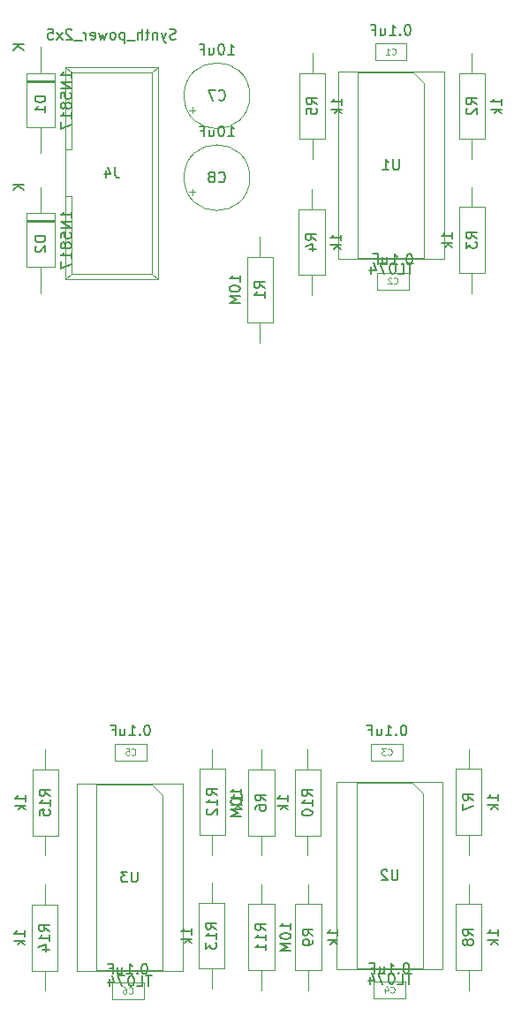
<source format=gbr>
%TF.GenerationSoftware,KiCad,Pcbnew,(5.1.9)-1*%
%TF.CreationDate,2021-09-13T19:49:27+01:00*%
%TF.ProjectId,KOSMO Mult,4b4f534d-4f20-44d7-956c-742e6b696361,rev?*%
%TF.SameCoordinates,Original*%
%TF.FileFunction,Other,Fab,Bot*%
%FSLAX46Y46*%
G04 Gerber Fmt 4.6, Leading zero omitted, Abs format (unit mm)*
G04 Created by KiCad (PCBNEW (5.1.9)-1) date 2021-09-13 19:49:27*
%MOMM*%
%LPD*%
G01*
G04 APERTURE LIST*
%ADD10C,0.100000*%
%ADD11C,0.150000*%
%ADD12C,0.090000*%
G04 APERTURE END LIST*
D10*
%TO.C,C1*%
X54693000Y-59537500D02*
X51693000Y-59537500D01*
X54693000Y-57937500D02*
X54693000Y-59537500D01*
X51693000Y-57937500D02*
X54693000Y-57937500D01*
X51693000Y-59537500D02*
X51693000Y-57937500D01*
%TO.C,C2*%
X54883500Y-81508500D02*
X51883500Y-81508500D01*
X54883500Y-79908500D02*
X54883500Y-81508500D01*
X51883500Y-79908500D02*
X54883500Y-79908500D01*
X51883500Y-81508500D02*
X51883500Y-79908500D01*
%TO.C,C3*%
X54312000Y-126657000D02*
X51312000Y-126657000D01*
X54312000Y-125057000D02*
X54312000Y-126657000D01*
X51312000Y-125057000D02*
X54312000Y-125057000D01*
X51312000Y-126657000D02*
X51312000Y-125057000D01*
%TO.C,C4*%
X51566000Y-149453500D02*
X51566000Y-147853500D01*
X51566000Y-147853500D02*
X54566000Y-147853500D01*
X54566000Y-147853500D02*
X54566000Y-149453500D01*
X54566000Y-149453500D02*
X51566000Y-149453500D01*
%TO.C,C5*%
X26737500Y-126657000D02*
X26737500Y-125057000D01*
X26737500Y-125057000D02*
X29737500Y-125057000D01*
X29737500Y-125057000D02*
X29737500Y-126657000D01*
X29737500Y-126657000D02*
X26737500Y-126657000D01*
%TO.C,C6*%
X26483500Y-149517000D02*
X26483500Y-147917000D01*
X26483500Y-147917000D02*
X29483500Y-147917000D01*
X29483500Y-147917000D02*
X29483500Y-149517000D01*
X29483500Y-149517000D02*
X26483500Y-149517000D01*
%TO.C,C7*%
X34141270Y-64638499D02*
X34141270Y-64008499D01*
X33826270Y-64323499D02*
X34456270Y-64323499D01*
X39670242Y-62949999D02*
G75*
G03*
X39670242Y-62949999I-3150000J0D01*
G01*
%TO.C,C8*%
X39670242Y-70799999D02*
G75*
G03*
X39670242Y-70799999I-3150000J0D01*
G01*
X33826270Y-72173499D02*
X34456270Y-72173499D01*
X34141270Y-72488499D02*
X34141270Y-71858499D01*
%TO.C,D1*%
X18271500Y-60773000D02*
X20971500Y-60773000D01*
X20971500Y-60773000D02*
X20971500Y-65973000D01*
X20971500Y-65973000D02*
X18271500Y-65973000D01*
X18271500Y-65973000D02*
X18271500Y-60773000D01*
X19621500Y-58293000D02*
X19621500Y-60773000D01*
X19621500Y-68453000D02*
X19621500Y-65973000D01*
X18271500Y-61553000D02*
X20971500Y-61553000D01*
X18271500Y-61653000D02*
X20971500Y-61653000D01*
X18271500Y-61453000D02*
X20971500Y-61453000D01*
%TO.C,D2*%
X18271500Y-74851500D02*
X20971500Y-74851500D01*
X18271500Y-75051500D02*
X20971500Y-75051500D01*
X18271500Y-74951500D02*
X20971500Y-74951500D01*
X19621500Y-81851500D02*
X19621500Y-79371500D01*
X19621500Y-71691500D02*
X19621500Y-74171500D01*
X18271500Y-79371500D02*
X18271500Y-74171500D01*
X20971500Y-79371500D02*
X18271500Y-79371500D01*
X20971500Y-74171500D02*
X20971500Y-79371500D01*
X18271500Y-74171500D02*
X20971500Y-74171500D01*
%TO.C,J4*%
X21991000Y-60178000D02*
X22541000Y-60738000D01*
X21991000Y-80538000D02*
X22541000Y-79998000D01*
X30841000Y-60178000D02*
X30291000Y-60738000D01*
X30841000Y-80538000D02*
X30291000Y-79998000D01*
X30291000Y-60738000D02*
X22541000Y-60738000D01*
X30841000Y-60178000D02*
X21991000Y-60178000D01*
X30291000Y-79998000D02*
X22541000Y-79998000D01*
X30841000Y-80538000D02*
X21991000Y-80538000D01*
X22541000Y-68108000D02*
X21991000Y-68108000D01*
X22541000Y-72608000D02*
X21991000Y-72608000D01*
X22541000Y-68108000D02*
X22541000Y-60738000D01*
X22541000Y-79998000D02*
X22541000Y-72608000D01*
X21991000Y-80538000D02*
X21991000Y-60178000D01*
X30291000Y-79998000D02*
X30291000Y-60738000D01*
X30841000Y-80538000D02*
X30841000Y-60178000D01*
%TO.C,R1*%
X40640000Y-76454000D02*
X40640000Y-78384000D01*
X40640000Y-86614000D02*
X40640000Y-84684000D01*
X41890000Y-78384000D02*
X41890000Y-84684000D01*
X39390000Y-78384000D02*
X41890000Y-78384000D01*
X39390000Y-84684000D02*
X39390000Y-78384000D01*
X41890000Y-84684000D02*
X39390000Y-84684000D01*
%TO.C,R2*%
X59710000Y-60794500D02*
X62210000Y-60794500D01*
X62210000Y-60794500D02*
X62210000Y-67094500D01*
X62210000Y-67094500D02*
X59710000Y-67094500D01*
X59710000Y-67094500D02*
X59710000Y-60794500D01*
X60960000Y-58864500D02*
X60960000Y-60794500D01*
X60960000Y-69024500D02*
X60960000Y-67094500D01*
%TO.C,R3*%
X60960000Y-71691500D02*
X60960000Y-73621500D01*
X60960000Y-81851500D02*
X60960000Y-79921500D01*
X62210000Y-73621500D02*
X62210000Y-79921500D01*
X59710000Y-73621500D02*
X62210000Y-73621500D01*
X59710000Y-79921500D02*
X59710000Y-73621500D01*
X62210000Y-79921500D02*
X59710000Y-79921500D01*
%TO.C,R4*%
X44343000Y-73812000D02*
X46843000Y-73812000D01*
X46843000Y-73812000D02*
X46843000Y-80112000D01*
X46843000Y-80112000D02*
X44343000Y-80112000D01*
X44343000Y-80112000D02*
X44343000Y-73812000D01*
X45593000Y-71882000D02*
X45593000Y-73812000D01*
X45593000Y-82042000D02*
X45593000Y-80112000D01*
%TO.C,R5*%
X45656500Y-69024500D02*
X45656500Y-67094500D01*
X45656500Y-58864500D02*
X45656500Y-60794500D01*
X44406500Y-67094500D02*
X44406500Y-60794500D01*
X46906500Y-67094500D02*
X44406500Y-67094500D01*
X46906500Y-60794500D02*
X46906500Y-67094500D01*
X44406500Y-60794500D02*
X46906500Y-60794500D01*
%TO.C,R6*%
X42017000Y-133833000D02*
X39517000Y-133833000D01*
X39517000Y-133833000D02*
X39517000Y-127533000D01*
X39517000Y-127533000D02*
X42017000Y-127533000D01*
X42017000Y-127533000D02*
X42017000Y-133833000D01*
X40767000Y-135763000D02*
X40767000Y-133833000D01*
X40767000Y-125603000D02*
X40767000Y-127533000D01*
%TO.C,R7*%
X60642500Y-135699500D02*
X60642500Y-133769500D01*
X60642500Y-125539500D02*
X60642500Y-127469500D01*
X59392500Y-133769500D02*
X59392500Y-127469500D01*
X61892500Y-133769500D02*
X59392500Y-133769500D01*
X61892500Y-127469500D02*
X61892500Y-133769500D01*
X59392500Y-127469500D02*
X61892500Y-127469500D01*
%TO.C,R8*%
X60642500Y-148653500D02*
X60642500Y-146723500D01*
X60642500Y-138493500D02*
X60642500Y-140423500D01*
X59392500Y-146723500D02*
X59392500Y-140423500D01*
X61892500Y-146723500D02*
X59392500Y-146723500D01*
X61892500Y-140423500D02*
X61892500Y-146723500D01*
X59392500Y-140423500D02*
X61892500Y-140423500D01*
%TO.C,R9*%
X44025500Y-140423500D02*
X46525500Y-140423500D01*
X46525500Y-140423500D02*
X46525500Y-146723500D01*
X46525500Y-146723500D02*
X44025500Y-146723500D01*
X44025500Y-146723500D02*
X44025500Y-140423500D01*
X45275500Y-138493500D02*
X45275500Y-140423500D01*
X45275500Y-148653500D02*
X45275500Y-146723500D01*
%TO.C,R10*%
X45212000Y-125603000D02*
X45212000Y-127533000D01*
X45212000Y-135763000D02*
X45212000Y-133833000D01*
X46462000Y-127533000D02*
X46462000Y-133833000D01*
X43962000Y-127533000D02*
X46462000Y-127533000D01*
X43962000Y-133833000D02*
X43962000Y-127533000D01*
X46462000Y-133833000D02*
X43962000Y-133833000D01*
%TO.C,R11*%
X39517000Y-140423500D02*
X42017000Y-140423500D01*
X42017000Y-140423500D02*
X42017000Y-146723500D01*
X42017000Y-146723500D02*
X39517000Y-146723500D01*
X39517000Y-146723500D02*
X39517000Y-140423500D01*
X40767000Y-138493500D02*
X40767000Y-140423500D01*
X40767000Y-148653500D02*
X40767000Y-146723500D01*
%TO.C,R12*%
X36068000Y-135699500D02*
X36068000Y-133769500D01*
X36068000Y-125539500D02*
X36068000Y-127469500D01*
X34818000Y-133769500D02*
X34818000Y-127469500D01*
X37318000Y-133769500D02*
X34818000Y-133769500D01*
X37318000Y-127469500D02*
X37318000Y-133769500D01*
X34818000Y-127469500D02*
X37318000Y-127469500D01*
%TO.C,R13*%
X37254500Y-146596500D02*
X34754500Y-146596500D01*
X34754500Y-146596500D02*
X34754500Y-140296500D01*
X34754500Y-140296500D02*
X37254500Y-140296500D01*
X37254500Y-140296500D02*
X37254500Y-146596500D01*
X36004500Y-148526500D02*
X36004500Y-146596500D01*
X36004500Y-138366500D02*
X36004500Y-140296500D01*
%TO.C,R14*%
X20002500Y-138557000D02*
X20002500Y-140487000D01*
X20002500Y-148717000D02*
X20002500Y-146787000D01*
X21252500Y-140487000D02*
X21252500Y-146787000D01*
X18752500Y-140487000D02*
X21252500Y-140487000D01*
X18752500Y-146787000D02*
X18752500Y-140487000D01*
X21252500Y-146787000D02*
X18752500Y-146787000D01*
%TO.C,R15*%
X21316000Y-133833000D02*
X18816000Y-133833000D01*
X18816000Y-133833000D02*
X18816000Y-127533000D01*
X18816000Y-127533000D02*
X21316000Y-127533000D01*
X21316000Y-127533000D02*
X21316000Y-133833000D01*
X20066000Y-135763000D02*
X20066000Y-133833000D01*
X20066000Y-125603000D02*
X20066000Y-127533000D01*
%TO.C,U1*%
X55388000Y-60706000D02*
X50038000Y-60706000D01*
X50038000Y-60706000D02*
X50038000Y-78486000D01*
X50038000Y-78486000D02*
X56388000Y-78486000D01*
X56388000Y-78486000D02*
X56388000Y-61706000D01*
X56388000Y-61706000D02*
X55388000Y-60706000D01*
X58293000Y-60646000D02*
X58293000Y-78546000D01*
X58293000Y-78546000D02*
X48133000Y-78546000D01*
X48133000Y-78546000D02*
X48133000Y-60646000D01*
X48133000Y-60646000D02*
X58293000Y-60646000D01*
%TO.C,U2*%
X48006000Y-128718000D02*
X58166000Y-128718000D01*
X48006000Y-146618000D02*
X48006000Y-128718000D01*
X58166000Y-146618000D02*
X48006000Y-146618000D01*
X58166000Y-128718000D02*
X58166000Y-146618000D01*
X56261000Y-129778000D02*
X55261000Y-128778000D01*
X56261000Y-146558000D02*
X56261000Y-129778000D01*
X49911000Y-146558000D02*
X56261000Y-146558000D01*
X49911000Y-128778000D02*
X49911000Y-146558000D01*
X55261000Y-128778000D02*
X49911000Y-128778000D01*
%TO.C,U3*%
X30305500Y-128968500D02*
X24955500Y-128968500D01*
X24955500Y-128968500D02*
X24955500Y-146748500D01*
X24955500Y-146748500D02*
X31305500Y-146748500D01*
X31305500Y-146748500D02*
X31305500Y-129968500D01*
X31305500Y-129968500D02*
X30305500Y-128968500D01*
X33210500Y-128908500D02*
X33210500Y-146808500D01*
X33210500Y-146808500D02*
X23050500Y-146808500D01*
X23050500Y-146808500D02*
X23050500Y-128908500D01*
X23050500Y-128908500D02*
X33210500Y-128908500D01*
%TD*%
%TO.C,C1*%
D11*
X54835857Y-56139880D02*
X54740619Y-56139880D01*
X54645380Y-56187500D01*
X54597761Y-56235119D01*
X54550142Y-56330357D01*
X54502523Y-56520833D01*
X54502523Y-56758928D01*
X54550142Y-56949404D01*
X54597761Y-57044642D01*
X54645380Y-57092261D01*
X54740619Y-57139880D01*
X54835857Y-57139880D01*
X54931095Y-57092261D01*
X54978714Y-57044642D01*
X55026333Y-56949404D01*
X55073952Y-56758928D01*
X55073952Y-56520833D01*
X55026333Y-56330357D01*
X54978714Y-56235119D01*
X54931095Y-56187500D01*
X54835857Y-56139880D01*
X54073952Y-57044642D02*
X54026333Y-57092261D01*
X54073952Y-57139880D01*
X54121571Y-57092261D01*
X54073952Y-57044642D01*
X54073952Y-57139880D01*
X53073952Y-57139880D02*
X53645380Y-57139880D01*
X53359666Y-57139880D02*
X53359666Y-56139880D01*
X53454904Y-56282738D01*
X53550142Y-56377976D01*
X53645380Y-56425595D01*
X52216809Y-56473214D02*
X52216809Y-57139880D01*
X52645380Y-56473214D02*
X52645380Y-56997023D01*
X52597761Y-57092261D01*
X52502523Y-57139880D01*
X52359666Y-57139880D01*
X52264428Y-57092261D01*
X52216809Y-57044642D01*
X51407285Y-56616071D02*
X51740619Y-56616071D01*
X51740619Y-57139880D02*
X51740619Y-56139880D01*
X51264428Y-56139880D01*
D12*
X53293000Y-58951785D02*
X53321571Y-58980357D01*
X53407285Y-59008928D01*
X53464428Y-59008928D01*
X53550142Y-58980357D01*
X53607285Y-58923214D01*
X53635857Y-58866071D01*
X53664428Y-58751785D01*
X53664428Y-58666071D01*
X53635857Y-58551785D01*
X53607285Y-58494642D01*
X53550142Y-58437500D01*
X53464428Y-58408928D01*
X53407285Y-58408928D01*
X53321571Y-58437500D01*
X53293000Y-58466071D01*
X52721571Y-59008928D02*
X53064428Y-59008928D01*
X52893000Y-59008928D02*
X52893000Y-58408928D01*
X52950142Y-58494642D01*
X53007285Y-58551785D01*
X53064428Y-58580357D01*
%TO.C,C2*%
D11*
X55026357Y-78110880D02*
X54931119Y-78110880D01*
X54835880Y-78158500D01*
X54788261Y-78206119D01*
X54740642Y-78301357D01*
X54693023Y-78491833D01*
X54693023Y-78729928D01*
X54740642Y-78920404D01*
X54788261Y-79015642D01*
X54835880Y-79063261D01*
X54931119Y-79110880D01*
X55026357Y-79110880D01*
X55121595Y-79063261D01*
X55169214Y-79015642D01*
X55216833Y-78920404D01*
X55264452Y-78729928D01*
X55264452Y-78491833D01*
X55216833Y-78301357D01*
X55169214Y-78206119D01*
X55121595Y-78158500D01*
X55026357Y-78110880D01*
X54264452Y-79015642D02*
X54216833Y-79063261D01*
X54264452Y-79110880D01*
X54312071Y-79063261D01*
X54264452Y-79015642D01*
X54264452Y-79110880D01*
X53264452Y-79110880D02*
X53835880Y-79110880D01*
X53550166Y-79110880D02*
X53550166Y-78110880D01*
X53645404Y-78253738D01*
X53740642Y-78348976D01*
X53835880Y-78396595D01*
X52407309Y-78444214D02*
X52407309Y-79110880D01*
X52835880Y-78444214D02*
X52835880Y-78968023D01*
X52788261Y-79063261D01*
X52693023Y-79110880D01*
X52550166Y-79110880D01*
X52454928Y-79063261D01*
X52407309Y-79015642D01*
X51597785Y-78587071D02*
X51931119Y-78587071D01*
X51931119Y-79110880D02*
X51931119Y-78110880D01*
X51454928Y-78110880D01*
D12*
X53483500Y-80922785D02*
X53512071Y-80951357D01*
X53597785Y-80979928D01*
X53654928Y-80979928D01*
X53740642Y-80951357D01*
X53797785Y-80894214D01*
X53826357Y-80837071D01*
X53854928Y-80722785D01*
X53854928Y-80637071D01*
X53826357Y-80522785D01*
X53797785Y-80465642D01*
X53740642Y-80408500D01*
X53654928Y-80379928D01*
X53597785Y-80379928D01*
X53512071Y-80408500D01*
X53483500Y-80437071D01*
X53254928Y-80437071D02*
X53226357Y-80408500D01*
X53169214Y-80379928D01*
X53026357Y-80379928D01*
X52969214Y-80408500D01*
X52940642Y-80437071D01*
X52912071Y-80494214D01*
X52912071Y-80551357D01*
X52940642Y-80637071D01*
X53283500Y-80979928D01*
X52912071Y-80979928D01*
%TO.C,C3*%
D11*
X54454857Y-123259380D02*
X54359619Y-123259380D01*
X54264380Y-123307000D01*
X54216761Y-123354619D01*
X54169142Y-123449857D01*
X54121523Y-123640333D01*
X54121523Y-123878428D01*
X54169142Y-124068904D01*
X54216761Y-124164142D01*
X54264380Y-124211761D01*
X54359619Y-124259380D01*
X54454857Y-124259380D01*
X54550095Y-124211761D01*
X54597714Y-124164142D01*
X54645333Y-124068904D01*
X54692952Y-123878428D01*
X54692952Y-123640333D01*
X54645333Y-123449857D01*
X54597714Y-123354619D01*
X54550095Y-123307000D01*
X54454857Y-123259380D01*
X53692952Y-124164142D02*
X53645333Y-124211761D01*
X53692952Y-124259380D01*
X53740571Y-124211761D01*
X53692952Y-124164142D01*
X53692952Y-124259380D01*
X52692952Y-124259380D02*
X53264380Y-124259380D01*
X52978666Y-124259380D02*
X52978666Y-123259380D01*
X53073904Y-123402238D01*
X53169142Y-123497476D01*
X53264380Y-123545095D01*
X51835809Y-123592714D02*
X51835809Y-124259380D01*
X52264380Y-123592714D02*
X52264380Y-124116523D01*
X52216761Y-124211761D01*
X52121523Y-124259380D01*
X51978666Y-124259380D01*
X51883428Y-124211761D01*
X51835809Y-124164142D01*
X51026285Y-123735571D02*
X51359619Y-123735571D01*
X51359619Y-124259380D02*
X51359619Y-123259380D01*
X50883428Y-123259380D01*
D12*
X52912000Y-126071285D02*
X52940571Y-126099857D01*
X53026285Y-126128428D01*
X53083428Y-126128428D01*
X53169142Y-126099857D01*
X53226285Y-126042714D01*
X53254857Y-125985571D01*
X53283428Y-125871285D01*
X53283428Y-125785571D01*
X53254857Y-125671285D01*
X53226285Y-125614142D01*
X53169142Y-125557000D01*
X53083428Y-125528428D01*
X53026285Y-125528428D01*
X52940571Y-125557000D01*
X52912000Y-125585571D01*
X52712000Y-125528428D02*
X52340571Y-125528428D01*
X52540571Y-125757000D01*
X52454857Y-125757000D01*
X52397714Y-125785571D01*
X52369142Y-125814142D01*
X52340571Y-125871285D01*
X52340571Y-126014142D01*
X52369142Y-126071285D01*
X52397714Y-126099857D01*
X52454857Y-126128428D01*
X52626285Y-126128428D01*
X52683428Y-126099857D01*
X52712000Y-126071285D01*
%TO.C,C4*%
D11*
X54708857Y-146055880D02*
X54613619Y-146055880D01*
X54518380Y-146103500D01*
X54470761Y-146151119D01*
X54423142Y-146246357D01*
X54375523Y-146436833D01*
X54375523Y-146674928D01*
X54423142Y-146865404D01*
X54470761Y-146960642D01*
X54518380Y-147008261D01*
X54613619Y-147055880D01*
X54708857Y-147055880D01*
X54804095Y-147008261D01*
X54851714Y-146960642D01*
X54899333Y-146865404D01*
X54946952Y-146674928D01*
X54946952Y-146436833D01*
X54899333Y-146246357D01*
X54851714Y-146151119D01*
X54804095Y-146103500D01*
X54708857Y-146055880D01*
X53946952Y-146960642D02*
X53899333Y-147008261D01*
X53946952Y-147055880D01*
X53994571Y-147008261D01*
X53946952Y-146960642D01*
X53946952Y-147055880D01*
X52946952Y-147055880D02*
X53518380Y-147055880D01*
X53232666Y-147055880D02*
X53232666Y-146055880D01*
X53327904Y-146198738D01*
X53423142Y-146293976D01*
X53518380Y-146341595D01*
X52089809Y-146389214D02*
X52089809Y-147055880D01*
X52518380Y-146389214D02*
X52518380Y-146913023D01*
X52470761Y-147008261D01*
X52375523Y-147055880D01*
X52232666Y-147055880D01*
X52137428Y-147008261D01*
X52089809Y-146960642D01*
X51280285Y-146532071D02*
X51613619Y-146532071D01*
X51613619Y-147055880D02*
X51613619Y-146055880D01*
X51137428Y-146055880D01*
D12*
X53166000Y-148867785D02*
X53194571Y-148896357D01*
X53280285Y-148924928D01*
X53337428Y-148924928D01*
X53423142Y-148896357D01*
X53480285Y-148839214D01*
X53508857Y-148782071D01*
X53537428Y-148667785D01*
X53537428Y-148582071D01*
X53508857Y-148467785D01*
X53480285Y-148410642D01*
X53423142Y-148353500D01*
X53337428Y-148324928D01*
X53280285Y-148324928D01*
X53194571Y-148353500D01*
X53166000Y-148382071D01*
X52651714Y-148524928D02*
X52651714Y-148924928D01*
X52794571Y-148296357D02*
X52937428Y-148724928D01*
X52566000Y-148724928D01*
%TO.C,C5*%
D11*
X29880357Y-123259380D02*
X29785119Y-123259380D01*
X29689880Y-123307000D01*
X29642261Y-123354619D01*
X29594642Y-123449857D01*
X29547023Y-123640333D01*
X29547023Y-123878428D01*
X29594642Y-124068904D01*
X29642261Y-124164142D01*
X29689880Y-124211761D01*
X29785119Y-124259380D01*
X29880357Y-124259380D01*
X29975595Y-124211761D01*
X30023214Y-124164142D01*
X30070833Y-124068904D01*
X30118452Y-123878428D01*
X30118452Y-123640333D01*
X30070833Y-123449857D01*
X30023214Y-123354619D01*
X29975595Y-123307000D01*
X29880357Y-123259380D01*
X29118452Y-124164142D02*
X29070833Y-124211761D01*
X29118452Y-124259380D01*
X29166071Y-124211761D01*
X29118452Y-124164142D01*
X29118452Y-124259380D01*
X28118452Y-124259380D02*
X28689880Y-124259380D01*
X28404166Y-124259380D02*
X28404166Y-123259380D01*
X28499404Y-123402238D01*
X28594642Y-123497476D01*
X28689880Y-123545095D01*
X27261309Y-123592714D02*
X27261309Y-124259380D01*
X27689880Y-123592714D02*
X27689880Y-124116523D01*
X27642261Y-124211761D01*
X27547023Y-124259380D01*
X27404166Y-124259380D01*
X27308928Y-124211761D01*
X27261309Y-124164142D01*
X26451785Y-123735571D02*
X26785119Y-123735571D01*
X26785119Y-124259380D02*
X26785119Y-123259380D01*
X26308928Y-123259380D01*
D12*
X28337500Y-126071285D02*
X28366071Y-126099857D01*
X28451785Y-126128428D01*
X28508928Y-126128428D01*
X28594642Y-126099857D01*
X28651785Y-126042714D01*
X28680357Y-125985571D01*
X28708928Y-125871285D01*
X28708928Y-125785571D01*
X28680357Y-125671285D01*
X28651785Y-125614142D01*
X28594642Y-125557000D01*
X28508928Y-125528428D01*
X28451785Y-125528428D01*
X28366071Y-125557000D01*
X28337500Y-125585571D01*
X27794642Y-125528428D02*
X28080357Y-125528428D01*
X28108928Y-125814142D01*
X28080357Y-125785571D01*
X28023214Y-125757000D01*
X27880357Y-125757000D01*
X27823214Y-125785571D01*
X27794642Y-125814142D01*
X27766071Y-125871285D01*
X27766071Y-126014142D01*
X27794642Y-126071285D01*
X27823214Y-126099857D01*
X27880357Y-126128428D01*
X28023214Y-126128428D01*
X28080357Y-126099857D01*
X28108928Y-126071285D01*
%TO.C,C6*%
D11*
X29626357Y-146119380D02*
X29531119Y-146119380D01*
X29435880Y-146167000D01*
X29388261Y-146214619D01*
X29340642Y-146309857D01*
X29293023Y-146500333D01*
X29293023Y-146738428D01*
X29340642Y-146928904D01*
X29388261Y-147024142D01*
X29435880Y-147071761D01*
X29531119Y-147119380D01*
X29626357Y-147119380D01*
X29721595Y-147071761D01*
X29769214Y-147024142D01*
X29816833Y-146928904D01*
X29864452Y-146738428D01*
X29864452Y-146500333D01*
X29816833Y-146309857D01*
X29769214Y-146214619D01*
X29721595Y-146167000D01*
X29626357Y-146119380D01*
X28864452Y-147024142D02*
X28816833Y-147071761D01*
X28864452Y-147119380D01*
X28912071Y-147071761D01*
X28864452Y-147024142D01*
X28864452Y-147119380D01*
X27864452Y-147119380D02*
X28435880Y-147119380D01*
X28150166Y-147119380D02*
X28150166Y-146119380D01*
X28245404Y-146262238D01*
X28340642Y-146357476D01*
X28435880Y-146405095D01*
X27007309Y-146452714D02*
X27007309Y-147119380D01*
X27435880Y-146452714D02*
X27435880Y-146976523D01*
X27388261Y-147071761D01*
X27293023Y-147119380D01*
X27150166Y-147119380D01*
X27054928Y-147071761D01*
X27007309Y-147024142D01*
X26197785Y-146595571D02*
X26531119Y-146595571D01*
X26531119Y-147119380D02*
X26531119Y-146119380D01*
X26054928Y-146119380D01*
D12*
X28083500Y-148931285D02*
X28112071Y-148959857D01*
X28197785Y-148988428D01*
X28254928Y-148988428D01*
X28340642Y-148959857D01*
X28397785Y-148902714D01*
X28426357Y-148845571D01*
X28454928Y-148731285D01*
X28454928Y-148645571D01*
X28426357Y-148531285D01*
X28397785Y-148474142D01*
X28340642Y-148417000D01*
X28254928Y-148388428D01*
X28197785Y-148388428D01*
X28112071Y-148417000D01*
X28083500Y-148445571D01*
X27569214Y-148388428D02*
X27683500Y-148388428D01*
X27740642Y-148417000D01*
X27769214Y-148445571D01*
X27826357Y-148531285D01*
X27854928Y-148645571D01*
X27854928Y-148874142D01*
X27826357Y-148931285D01*
X27797785Y-148959857D01*
X27740642Y-148988428D01*
X27626357Y-148988428D01*
X27569214Y-148959857D01*
X27540642Y-148931285D01*
X27512071Y-148874142D01*
X27512071Y-148731285D01*
X27540642Y-148674142D01*
X27569214Y-148645571D01*
X27626357Y-148617000D01*
X27740642Y-148617000D01*
X27797785Y-148645571D01*
X27826357Y-148674142D01*
X27854928Y-148731285D01*
%TO.C,C7*%
D11*
X37591670Y-59002379D02*
X38163099Y-59002379D01*
X37877384Y-59002379D02*
X37877384Y-58002379D01*
X37972622Y-58145237D01*
X38067861Y-58240475D01*
X38163099Y-58288094D01*
X36972622Y-58002379D02*
X36877384Y-58002379D01*
X36782146Y-58049999D01*
X36734527Y-58097618D01*
X36686908Y-58192856D01*
X36639289Y-58383332D01*
X36639289Y-58621427D01*
X36686908Y-58811903D01*
X36734527Y-58907141D01*
X36782146Y-58954760D01*
X36877384Y-59002379D01*
X36972622Y-59002379D01*
X37067861Y-58954760D01*
X37115480Y-58907141D01*
X37163099Y-58811903D01*
X37210718Y-58621427D01*
X37210718Y-58383332D01*
X37163099Y-58192856D01*
X37115480Y-58097618D01*
X37067861Y-58049999D01*
X36972622Y-58002379D01*
X35782146Y-58335713D02*
X35782146Y-59002379D01*
X36210718Y-58335713D02*
X36210718Y-58859522D01*
X36163099Y-58954760D01*
X36067861Y-59002379D01*
X35925003Y-59002379D01*
X35829765Y-58954760D01*
X35782146Y-58907141D01*
X34972622Y-58478570D02*
X35305956Y-58478570D01*
X35305956Y-59002379D02*
X35305956Y-58002379D01*
X34829765Y-58002379D01*
X36686908Y-63307141D02*
X36734527Y-63354760D01*
X36877384Y-63402379D01*
X36972622Y-63402379D01*
X37115480Y-63354760D01*
X37210718Y-63259522D01*
X37258337Y-63164284D01*
X37305956Y-62973808D01*
X37305956Y-62830951D01*
X37258337Y-62640475D01*
X37210718Y-62545237D01*
X37115480Y-62449999D01*
X36972622Y-62402379D01*
X36877384Y-62402379D01*
X36734527Y-62449999D01*
X36686908Y-62497618D01*
X36353575Y-62402379D02*
X35686908Y-62402379D01*
X36115480Y-63402379D01*
%TO.C,C8*%
X37591670Y-66852379D02*
X38163099Y-66852379D01*
X37877384Y-66852379D02*
X37877384Y-65852379D01*
X37972622Y-65995237D01*
X38067861Y-66090475D01*
X38163099Y-66138094D01*
X36972622Y-65852379D02*
X36877384Y-65852379D01*
X36782146Y-65899999D01*
X36734527Y-65947618D01*
X36686908Y-66042856D01*
X36639289Y-66233332D01*
X36639289Y-66471427D01*
X36686908Y-66661903D01*
X36734527Y-66757141D01*
X36782146Y-66804760D01*
X36877384Y-66852379D01*
X36972622Y-66852379D01*
X37067861Y-66804760D01*
X37115480Y-66757141D01*
X37163099Y-66661903D01*
X37210718Y-66471427D01*
X37210718Y-66233332D01*
X37163099Y-66042856D01*
X37115480Y-65947618D01*
X37067861Y-65899999D01*
X36972622Y-65852379D01*
X35782146Y-66185713D02*
X35782146Y-66852379D01*
X36210718Y-66185713D02*
X36210718Y-66709522D01*
X36163099Y-66804760D01*
X36067861Y-66852379D01*
X35925003Y-66852379D01*
X35829765Y-66804760D01*
X35782146Y-66757141D01*
X34972622Y-66328570D02*
X35305956Y-66328570D01*
X35305956Y-66852379D02*
X35305956Y-65852379D01*
X34829765Y-65852379D01*
X36686908Y-71157141D02*
X36734527Y-71204760D01*
X36877384Y-71252379D01*
X36972622Y-71252379D01*
X37115480Y-71204760D01*
X37210718Y-71109522D01*
X37258337Y-71014284D01*
X37305956Y-70823808D01*
X37305956Y-70680951D01*
X37258337Y-70490475D01*
X37210718Y-70395237D01*
X37115480Y-70299999D01*
X36972622Y-70252379D01*
X36877384Y-70252379D01*
X36734527Y-70299999D01*
X36686908Y-70347618D01*
X36115480Y-70680951D02*
X36210718Y-70633332D01*
X36258337Y-70585713D01*
X36305956Y-70490475D01*
X36305956Y-70442856D01*
X36258337Y-70347618D01*
X36210718Y-70299999D01*
X36115480Y-70252379D01*
X35925003Y-70252379D01*
X35829765Y-70299999D01*
X35782146Y-70347618D01*
X35734527Y-70442856D01*
X35734527Y-70490475D01*
X35782146Y-70585713D01*
X35829765Y-70633332D01*
X35925003Y-70680951D01*
X36115480Y-70680951D01*
X36210718Y-70728570D01*
X36258337Y-70776189D01*
X36305956Y-70871427D01*
X36305956Y-71061903D01*
X36258337Y-71157141D01*
X36210718Y-71204760D01*
X36115480Y-71252379D01*
X35925003Y-71252379D01*
X35829765Y-71204760D01*
X35782146Y-71157141D01*
X35734527Y-71061903D01*
X35734527Y-70871427D01*
X35782146Y-70776189D01*
X35829765Y-70728570D01*
X35925003Y-70680951D01*
%TO.C,D1*%
X22543880Y-61230142D02*
X22543880Y-60658714D01*
X22543880Y-60944428D02*
X21543880Y-60944428D01*
X21686738Y-60849190D01*
X21781976Y-60753952D01*
X21829595Y-60658714D01*
X22543880Y-61658714D02*
X21543880Y-61658714D01*
X22543880Y-62230142D01*
X21543880Y-62230142D01*
X21543880Y-63182523D02*
X21543880Y-62706333D01*
X22020071Y-62658714D01*
X21972452Y-62706333D01*
X21924833Y-62801571D01*
X21924833Y-63039666D01*
X21972452Y-63134904D01*
X22020071Y-63182523D01*
X22115309Y-63230142D01*
X22353404Y-63230142D01*
X22448642Y-63182523D01*
X22496261Y-63134904D01*
X22543880Y-63039666D01*
X22543880Y-62801571D01*
X22496261Y-62706333D01*
X22448642Y-62658714D01*
X21972452Y-63801571D02*
X21924833Y-63706333D01*
X21877214Y-63658714D01*
X21781976Y-63611095D01*
X21734357Y-63611095D01*
X21639119Y-63658714D01*
X21591500Y-63706333D01*
X21543880Y-63801571D01*
X21543880Y-63992047D01*
X21591500Y-64087285D01*
X21639119Y-64134904D01*
X21734357Y-64182523D01*
X21781976Y-64182523D01*
X21877214Y-64134904D01*
X21924833Y-64087285D01*
X21972452Y-63992047D01*
X21972452Y-63801571D01*
X22020071Y-63706333D01*
X22067690Y-63658714D01*
X22162928Y-63611095D01*
X22353404Y-63611095D01*
X22448642Y-63658714D01*
X22496261Y-63706333D01*
X22543880Y-63801571D01*
X22543880Y-63992047D01*
X22496261Y-64087285D01*
X22448642Y-64134904D01*
X22353404Y-64182523D01*
X22162928Y-64182523D01*
X22067690Y-64134904D01*
X22020071Y-64087285D01*
X21972452Y-63992047D01*
X22543880Y-65134904D02*
X22543880Y-64563476D01*
X22543880Y-64849190D02*
X21543880Y-64849190D01*
X21686738Y-64753952D01*
X21781976Y-64658714D01*
X21829595Y-64563476D01*
X21543880Y-65468238D02*
X21543880Y-66134904D01*
X22543880Y-65706333D01*
X20073880Y-63024904D02*
X19073880Y-63024904D01*
X19073880Y-63263000D01*
X19121500Y-63405857D01*
X19216738Y-63501095D01*
X19311976Y-63548714D01*
X19502452Y-63596333D01*
X19645309Y-63596333D01*
X19835785Y-63548714D01*
X19931023Y-63501095D01*
X20026261Y-63405857D01*
X20073880Y-63263000D01*
X20073880Y-63024904D01*
X20073880Y-64548714D02*
X20073880Y-63977285D01*
X20073880Y-64263000D02*
X19073880Y-64263000D01*
X19216738Y-64167761D01*
X19311976Y-64072523D01*
X19359595Y-63977285D01*
X17973880Y-58031095D02*
X16973880Y-58031095D01*
X17973880Y-58602523D02*
X17402452Y-58173952D01*
X16973880Y-58602523D02*
X17545309Y-58031095D01*
%TO.C,D2*%
X22543880Y-74628642D02*
X22543880Y-74057214D01*
X22543880Y-74342928D02*
X21543880Y-74342928D01*
X21686738Y-74247690D01*
X21781976Y-74152452D01*
X21829595Y-74057214D01*
X22543880Y-75057214D02*
X21543880Y-75057214D01*
X22543880Y-75628642D01*
X21543880Y-75628642D01*
X21543880Y-76581023D02*
X21543880Y-76104833D01*
X22020071Y-76057214D01*
X21972452Y-76104833D01*
X21924833Y-76200071D01*
X21924833Y-76438166D01*
X21972452Y-76533404D01*
X22020071Y-76581023D01*
X22115309Y-76628642D01*
X22353404Y-76628642D01*
X22448642Y-76581023D01*
X22496261Y-76533404D01*
X22543880Y-76438166D01*
X22543880Y-76200071D01*
X22496261Y-76104833D01*
X22448642Y-76057214D01*
X21972452Y-77200071D02*
X21924833Y-77104833D01*
X21877214Y-77057214D01*
X21781976Y-77009595D01*
X21734357Y-77009595D01*
X21639119Y-77057214D01*
X21591500Y-77104833D01*
X21543880Y-77200071D01*
X21543880Y-77390547D01*
X21591500Y-77485785D01*
X21639119Y-77533404D01*
X21734357Y-77581023D01*
X21781976Y-77581023D01*
X21877214Y-77533404D01*
X21924833Y-77485785D01*
X21972452Y-77390547D01*
X21972452Y-77200071D01*
X22020071Y-77104833D01*
X22067690Y-77057214D01*
X22162928Y-77009595D01*
X22353404Y-77009595D01*
X22448642Y-77057214D01*
X22496261Y-77104833D01*
X22543880Y-77200071D01*
X22543880Y-77390547D01*
X22496261Y-77485785D01*
X22448642Y-77533404D01*
X22353404Y-77581023D01*
X22162928Y-77581023D01*
X22067690Y-77533404D01*
X22020071Y-77485785D01*
X21972452Y-77390547D01*
X22543880Y-78533404D02*
X22543880Y-77961976D01*
X22543880Y-78247690D02*
X21543880Y-78247690D01*
X21686738Y-78152452D01*
X21781976Y-78057214D01*
X21829595Y-77961976D01*
X21543880Y-78866738D02*
X21543880Y-79533404D01*
X22543880Y-79104833D01*
X17973880Y-71429595D02*
X16973880Y-71429595D01*
X17973880Y-72001023D02*
X17402452Y-71572452D01*
X16973880Y-72001023D02*
X17545309Y-71429595D01*
X20073880Y-76423404D02*
X19073880Y-76423404D01*
X19073880Y-76661500D01*
X19121500Y-76804357D01*
X19216738Y-76899595D01*
X19311976Y-76947214D01*
X19502452Y-76994833D01*
X19645309Y-76994833D01*
X19835785Y-76947214D01*
X19931023Y-76899595D01*
X20026261Y-76804357D01*
X20073880Y-76661500D01*
X20073880Y-76423404D01*
X19169119Y-77375785D02*
X19121500Y-77423404D01*
X19073880Y-77518642D01*
X19073880Y-77756738D01*
X19121500Y-77851976D01*
X19169119Y-77899595D01*
X19264357Y-77947214D01*
X19359595Y-77947214D01*
X19502452Y-77899595D01*
X20073880Y-77328166D01*
X20073880Y-77947214D01*
%TO.C,J4*%
X32558857Y-57502761D02*
X32416000Y-57550380D01*
X32177904Y-57550380D01*
X32082666Y-57502761D01*
X32035047Y-57455142D01*
X31987428Y-57359904D01*
X31987428Y-57264666D01*
X32035047Y-57169428D01*
X32082666Y-57121809D01*
X32177904Y-57074190D01*
X32368380Y-57026571D01*
X32463619Y-56978952D01*
X32511238Y-56931333D01*
X32558857Y-56836095D01*
X32558857Y-56740857D01*
X32511238Y-56645619D01*
X32463619Y-56598000D01*
X32368380Y-56550380D01*
X32130285Y-56550380D01*
X31987428Y-56598000D01*
X31654095Y-56883714D02*
X31416000Y-57550380D01*
X31177904Y-56883714D02*
X31416000Y-57550380D01*
X31511238Y-57788476D01*
X31558857Y-57836095D01*
X31654095Y-57883714D01*
X30796952Y-56883714D02*
X30796952Y-57550380D01*
X30796952Y-56978952D02*
X30749333Y-56931333D01*
X30654095Y-56883714D01*
X30511238Y-56883714D01*
X30416000Y-56931333D01*
X30368380Y-57026571D01*
X30368380Y-57550380D01*
X30035047Y-56883714D02*
X29654095Y-56883714D01*
X29892190Y-56550380D02*
X29892190Y-57407523D01*
X29844571Y-57502761D01*
X29749333Y-57550380D01*
X29654095Y-57550380D01*
X29320761Y-57550380D02*
X29320761Y-56550380D01*
X28892190Y-57550380D02*
X28892190Y-57026571D01*
X28939809Y-56931333D01*
X29035047Y-56883714D01*
X29177904Y-56883714D01*
X29273142Y-56931333D01*
X29320761Y-56978952D01*
X28654095Y-57645619D02*
X27892190Y-57645619D01*
X27654095Y-56883714D02*
X27654095Y-57883714D01*
X27654095Y-56931333D02*
X27558857Y-56883714D01*
X27368380Y-56883714D01*
X27273142Y-56931333D01*
X27225523Y-56978952D01*
X27177904Y-57074190D01*
X27177904Y-57359904D01*
X27225523Y-57455142D01*
X27273142Y-57502761D01*
X27368380Y-57550380D01*
X27558857Y-57550380D01*
X27654095Y-57502761D01*
X26606476Y-57550380D02*
X26701714Y-57502761D01*
X26749333Y-57455142D01*
X26796952Y-57359904D01*
X26796952Y-57074190D01*
X26749333Y-56978952D01*
X26701714Y-56931333D01*
X26606476Y-56883714D01*
X26463619Y-56883714D01*
X26368380Y-56931333D01*
X26320761Y-56978952D01*
X26273142Y-57074190D01*
X26273142Y-57359904D01*
X26320761Y-57455142D01*
X26368380Y-57502761D01*
X26463619Y-57550380D01*
X26606476Y-57550380D01*
X25939809Y-56883714D02*
X25749333Y-57550380D01*
X25558857Y-57074190D01*
X25368380Y-57550380D01*
X25177904Y-56883714D01*
X24416000Y-57502761D02*
X24511238Y-57550380D01*
X24701714Y-57550380D01*
X24796952Y-57502761D01*
X24844571Y-57407523D01*
X24844571Y-57026571D01*
X24796952Y-56931333D01*
X24701714Y-56883714D01*
X24511238Y-56883714D01*
X24416000Y-56931333D01*
X24368380Y-57026571D01*
X24368380Y-57121809D01*
X24844571Y-57217047D01*
X23939809Y-57550380D02*
X23939809Y-56883714D01*
X23939809Y-57074190D02*
X23892190Y-56978952D01*
X23844571Y-56931333D01*
X23749333Y-56883714D01*
X23654095Y-56883714D01*
X23558857Y-57645619D02*
X22796952Y-57645619D01*
X22606476Y-56645619D02*
X22558857Y-56598000D01*
X22463619Y-56550380D01*
X22225523Y-56550380D01*
X22130285Y-56598000D01*
X22082666Y-56645619D01*
X22035047Y-56740857D01*
X22035047Y-56836095D01*
X22082666Y-56978952D01*
X22654095Y-57550380D01*
X22035047Y-57550380D01*
X21701714Y-57550380D02*
X21177904Y-56883714D01*
X21701714Y-56883714D02*
X21177904Y-57550380D01*
X20320761Y-56550380D02*
X20796952Y-56550380D01*
X20844571Y-57026571D01*
X20796952Y-56978952D01*
X20701714Y-56931333D01*
X20463619Y-56931333D01*
X20368380Y-56978952D01*
X20320761Y-57026571D01*
X20273142Y-57121809D01*
X20273142Y-57359904D01*
X20320761Y-57455142D01*
X20368380Y-57502761D01*
X20463619Y-57550380D01*
X20701714Y-57550380D01*
X20796952Y-57502761D01*
X20844571Y-57455142D01*
X26749333Y-69810380D02*
X26749333Y-70524666D01*
X26796952Y-70667523D01*
X26892190Y-70762761D01*
X27035047Y-70810380D01*
X27130285Y-70810380D01*
X25844571Y-70143714D02*
X25844571Y-70810380D01*
X26082666Y-69762761D02*
X26320761Y-70477047D01*
X25701714Y-70477047D01*
%TO.C,R1*%
X38722380Y-80772095D02*
X38722380Y-80200666D01*
X38722380Y-80486380D02*
X37722380Y-80486380D01*
X37865238Y-80391142D01*
X37960476Y-80295904D01*
X38008095Y-80200666D01*
X37722380Y-81391142D02*
X37722380Y-81486380D01*
X37770000Y-81581619D01*
X37817619Y-81629238D01*
X37912857Y-81676857D01*
X38103333Y-81724476D01*
X38341428Y-81724476D01*
X38531904Y-81676857D01*
X38627142Y-81629238D01*
X38674761Y-81581619D01*
X38722380Y-81486380D01*
X38722380Y-81391142D01*
X38674761Y-81295904D01*
X38627142Y-81248285D01*
X38531904Y-81200666D01*
X38341428Y-81153047D01*
X38103333Y-81153047D01*
X37912857Y-81200666D01*
X37817619Y-81248285D01*
X37770000Y-81295904D01*
X37722380Y-81391142D01*
X38722380Y-82153047D02*
X37722380Y-82153047D01*
X38436666Y-82486380D01*
X37722380Y-82819714D01*
X38722380Y-82819714D01*
X41092380Y-81367333D02*
X40616190Y-81034000D01*
X41092380Y-80795904D02*
X40092380Y-80795904D01*
X40092380Y-81176857D01*
X40140000Y-81272095D01*
X40187619Y-81319714D01*
X40282857Y-81367333D01*
X40425714Y-81367333D01*
X40520952Y-81319714D01*
X40568571Y-81272095D01*
X40616190Y-81176857D01*
X40616190Y-80795904D01*
X41092380Y-82319714D02*
X41092380Y-81748285D01*
X41092380Y-82034000D02*
X40092380Y-82034000D01*
X40235238Y-81938761D01*
X40330476Y-81843523D01*
X40378095Y-81748285D01*
%TO.C,R2*%
X63782380Y-63825452D02*
X63782380Y-63254023D01*
X63782380Y-63539738D02*
X62782380Y-63539738D01*
X62925238Y-63444500D01*
X63020476Y-63349261D01*
X63068095Y-63254023D01*
X63782380Y-64254023D02*
X62782380Y-64254023D01*
X63401428Y-64349261D02*
X63782380Y-64634976D01*
X63115714Y-64634976D02*
X63496666Y-64254023D01*
X61412380Y-63777833D02*
X60936190Y-63444500D01*
X61412380Y-63206404D02*
X60412380Y-63206404D01*
X60412380Y-63587357D01*
X60460000Y-63682595D01*
X60507619Y-63730214D01*
X60602857Y-63777833D01*
X60745714Y-63777833D01*
X60840952Y-63730214D01*
X60888571Y-63682595D01*
X60936190Y-63587357D01*
X60936190Y-63206404D01*
X60507619Y-64158785D02*
X60460000Y-64206404D01*
X60412380Y-64301642D01*
X60412380Y-64539738D01*
X60460000Y-64634976D01*
X60507619Y-64682595D01*
X60602857Y-64730214D01*
X60698095Y-64730214D01*
X60840952Y-64682595D01*
X61412380Y-64111166D01*
X61412380Y-64730214D01*
%TO.C,R3*%
X59042380Y-76652452D02*
X59042380Y-76081023D01*
X59042380Y-76366738D02*
X58042380Y-76366738D01*
X58185238Y-76271500D01*
X58280476Y-76176261D01*
X58328095Y-76081023D01*
X59042380Y-77081023D02*
X58042380Y-77081023D01*
X58661428Y-77176261D02*
X59042380Y-77461976D01*
X58375714Y-77461976D02*
X58756666Y-77081023D01*
X61412380Y-76604833D02*
X60936190Y-76271500D01*
X61412380Y-76033404D02*
X60412380Y-76033404D01*
X60412380Y-76414357D01*
X60460000Y-76509595D01*
X60507619Y-76557214D01*
X60602857Y-76604833D01*
X60745714Y-76604833D01*
X60840952Y-76557214D01*
X60888571Y-76509595D01*
X60936190Y-76414357D01*
X60936190Y-76033404D01*
X60412380Y-76938166D02*
X60412380Y-77557214D01*
X60793333Y-77223880D01*
X60793333Y-77366738D01*
X60840952Y-77461976D01*
X60888571Y-77509595D01*
X60983809Y-77557214D01*
X61221904Y-77557214D01*
X61317142Y-77509595D01*
X61364761Y-77461976D01*
X61412380Y-77366738D01*
X61412380Y-77081023D01*
X61364761Y-76985785D01*
X61317142Y-76938166D01*
%TO.C,R4*%
X48415380Y-76842952D02*
X48415380Y-76271523D01*
X48415380Y-76557238D02*
X47415380Y-76557238D01*
X47558238Y-76462000D01*
X47653476Y-76366761D01*
X47701095Y-76271523D01*
X48415380Y-77271523D02*
X47415380Y-77271523D01*
X48034428Y-77366761D02*
X48415380Y-77652476D01*
X47748714Y-77652476D02*
X48129666Y-77271523D01*
X46045380Y-76795333D02*
X45569190Y-76462000D01*
X46045380Y-76223904D02*
X45045380Y-76223904D01*
X45045380Y-76604857D01*
X45093000Y-76700095D01*
X45140619Y-76747714D01*
X45235857Y-76795333D01*
X45378714Y-76795333D01*
X45473952Y-76747714D01*
X45521571Y-76700095D01*
X45569190Y-76604857D01*
X45569190Y-76223904D01*
X45378714Y-77652476D02*
X46045380Y-77652476D01*
X44997761Y-77414380D02*
X45712047Y-77176285D01*
X45712047Y-77795333D01*
%TO.C,R5*%
X48478880Y-63825452D02*
X48478880Y-63254023D01*
X48478880Y-63539738D02*
X47478880Y-63539738D01*
X47621738Y-63444500D01*
X47716976Y-63349261D01*
X47764595Y-63254023D01*
X48478880Y-64254023D02*
X47478880Y-64254023D01*
X48097928Y-64349261D02*
X48478880Y-64634976D01*
X47812214Y-64634976D02*
X48193166Y-64254023D01*
X46108880Y-63777833D02*
X45632690Y-63444500D01*
X46108880Y-63206404D02*
X45108880Y-63206404D01*
X45108880Y-63587357D01*
X45156500Y-63682595D01*
X45204119Y-63730214D01*
X45299357Y-63777833D01*
X45442214Y-63777833D01*
X45537452Y-63730214D01*
X45585071Y-63682595D01*
X45632690Y-63587357D01*
X45632690Y-63206404D01*
X45108880Y-64682595D02*
X45108880Y-64206404D01*
X45585071Y-64158785D01*
X45537452Y-64206404D01*
X45489833Y-64301642D01*
X45489833Y-64539738D01*
X45537452Y-64634976D01*
X45585071Y-64682595D01*
X45680309Y-64730214D01*
X45918404Y-64730214D01*
X46013642Y-64682595D01*
X46061261Y-64634976D01*
X46108880Y-64539738D01*
X46108880Y-64301642D01*
X46061261Y-64206404D01*
X46013642Y-64158785D01*
%TO.C,R6*%
X38849380Y-129921095D02*
X38849380Y-129349666D01*
X38849380Y-129635380D02*
X37849380Y-129635380D01*
X37992238Y-129540142D01*
X38087476Y-129444904D01*
X38135095Y-129349666D01*
X37849380Y-130540142D02*
X37849380Y-130635380D01*
X37897000Y-130730619D01*
X37944619Y-130778238D01*
X38039857Y-130825857D01*
X38230333Y-130873476D01*
X38468428Y-130873476D01*
X38658904Y-130825857D01*
X38754142Y-130778238D01*
X38801761Y-130730619D01*
X38849380Y-130635380D01*
X38849380Y-130540142D01*
X38801761Y-130444904D01*
X38754142Y-130397285D01*
X38658904Y-130349666D01*
X38468428Y-130302047D01*
X38230333Y-130302047D01*
X38039857Y-130349666D01*
X37944619Y-130397285D01*
X37897000Y-130444904D01*
X37849380Y-130540142D01*
X38849380Y-131302047D02*
X37849380Y-131302047D01*
X38563666Y-131635380D01*
X37849380Y-131968714D01*
X38849380Y-131968714D01*
X41219380Y-130516333D02*
X40743190Y-130183000D01*
X41219380Y-129944904D02*
X40219380Y-129944904D01*
X40219380Y-130325857D01*
X40267000Y-130421095D01*
X40314619Y-130468714D01*
X40409857Y-130516333D01*
X40552714Y-130516333D01*
X40647952Y-130468714D01*
X40695571Y-130421095D01*
X40743190Y-130325857D01*
X40743190Y-129944904D01*
X40219380Y-131373476D02*
X40219380Y-131183000D01*
X40267000Y-131087761D01*
X40314619Y-131040142D01*
X40457476Y-130944904D01*
X40647952Y-130897285D01*
X41028904Y-130897285D01*
X41124142Y-130944904D01*
X41171761Y-130992523D01*
X41219380Y-131087761D01*
X41219380Y-131278238D01*
X41171761Y-131373476D01*
X41124142Y-131421095D01*
X41028904Y-131468714D01*
X40790809Y-131468714D01*
X40695571Y-131421095D01*
X40647952Y-131373476D01*
X40600333Y-131278238D01*
X40600333Y-131087761D01*
X40647952Y-130992523D01*
X40695571Y-130944904D01*
X40790809Y-130897285D01*
%TO.C,R7*%
X63464880Y-130500452D02*
X63464880Y-129929023D01*
X63464880Y-130214738D02*
X62464880Y-130214738D01*
X62607738Y-130119500D01*
X62702976Y-130024261D01*
X62750595Y-129929023D01*
X63464880Y-130929023D02*
X62464880Y-130929023D01*
X63083928Y-131024261D02*
X63464880Y-131309976D01*
X62798214Y-131309976D02*
X63179166Y-130929023D01*
X61094880Y-130452833D02*
X60618690Y-130119500D01*
X61094880Y-129881404D02*
X60094880Y-129881404D01*
X60094880Y-130262357D01*
X60142500Y-130357595D01*
X60190119Y-130405214D01*
X60285357Y-130452833D01*
X60428214Y-130452833D01*
X60523452Y-130405214D01*
X60571071Y-130357595D01*
X60618690Y-130262357D01*
X60618690Y-129881404D01*
X60094880Y-130786166D02*
X60094880Y-131452833D01*
X61094880Y-131024261D01*
%TO.C,R8*%
X63464880Y-143454452D02*
X63464880Y-142883023D01*
X63464880Y-143168738D02*
X62464880Y-143168738D01*
X62607738Y-143073500D01*
X62702976Y-142978261D01*
X62750595Y-142883023D01*
X63464880Y-143883023D02*
X62464880Y-143883023D01*
X63083928Y-143978261D02*
X63464880Y-144263976D01*
X62798214Y-144263976D02*
X63179166Y-143883023D01*
X61094880Y-143406833D02*
X60618690Y-143073500D01*
X61094880Y-142835404D02*
X60094880Y-142835404D01*
X60094880Y-143216357D01*
X60142500Y-143311595D01*
X60190119Y-143359214D01*
X60285357Y-143406833D01*
X60428214Y-143406833D01*
X60523452Y-143359214D01*
X60571071Y-143311595D01*
X60618690Y-143216357D01*
X60618690Y-142835404D01*
X60523452Y-143978261D02*
X60475833Y-143883023D01*
X60428214Y-143835404D01*
X60332976Y-143787785D01*
X60285357Y-143787785D01*
X60190119Y-143835404D01*
X60142500Y-143883023D01*
X60094880Y-143978261D01*
X60094880Y-144168738D01*
X60142500Y-144263976D01*
X60190119Y-144311595D01*
X60285357Y-144359214D01*
X60332976Y-144359214D01*
X60428214Y-144311595D01*
X60475833Y-144263976D01*
X60523452Y-144168738D01*
X60523452Y-143978261D01*
X60571071Y-143883023D01*
X60618690Y-143835404D01*
X60713928Y-143787785D01*
X60904404Y-143787785D01*
X60999642Y-143835404D01*
X61047261Y-143883023D01*
X61094880Y-143978261D01*
X61094880Y-144168738D01*
X61047261Y-144263976D01*
X60999642Y-144311595D01*
X60904404Y-144359214D01*
X60713928Y-144359214D01*
X60618690Y-144311595D01*
X60571071Y-144263976D01*
X60523452Y-144168738D01*
%TO.C,R9*%
X48097880Y-143454452D02*
X48097880Y-142883023D01*
X48097880Y-143168738D02*
X47097880Y-143168738D01*
X47240738Y-143073500D01*
X47335976Y-142978261D01*
X47383595Y-142883023D01*
X48097880Y-143883023D02*
X47097880Y-143883023D01*
X47716928Y-143978261D02*
X48097880Y-144263976D01*
X47431214Y-144263976D02*
X47812166Y-143883023D01*
X45727880Y-143406833D02*
X45251690Y-143073500D01*
X45727880Y-142835404D02*
X44727880Y-142835404D01*
X44727880Y-143216357D01*
X44775500Y-143311595D01*
X44823119Y-143359214D01*
X44918357Y-143406833D01*
X45061214Y-143406833D01*
X45156452Y-143359214D01*
X45204071Y-143311595D01*
X45251690Y-143216357D01*
X45251690Y-142835404D01*
X45727880Y-143883023D02*
X45727880Y-144073500D01*
X45680261Y-144168738D01*
X45632642Y-144216357D01*
X45489785Y-144311595D01*
X45299309Y-144359214D01*
X44918357Y-144359214D01*
X44823119Y-144311595D01*
X44775500Y-144263976D01*
X44727880Y-144168738D01*
X44727880Y-143978261D01*
X44775500Y-143883023D01*
X44823119Y-143835404D01*
X44918357Y-143787785D01*
X45156452Y-143787785D01*
X45251690Y-143835404D01*
X45299309Y-143883023D01*
X45346928Y-143978261D01*
X45346928Y-144168738D01*
X45299309Y-144263976D01*
X45251690Y-144311595D01*
X45156452Y-144359214D01*
%TO.C,R10*%
X43294380Y-130563952D02*
X43294380Y-129992523D01*
X43294380Y-130278238D02*
X42294380Y-130278238D01*
X42437238Y-130183000D01*
X42532476Y-130087761D01*
X42580095Y-129992523D01*
X43294380Y-130992523D02*
X42294380Y-130992523D01*
X42913428Y-131087761D02*
X43294380Y-131373476D01*
X42627714Y-131373476D02*
X43008666Y-130992523D01*
X45664380Y-130040142D02*
X45188190Y-129706809D01*
X45664380Y-129468714D02*
X44664380Y-129468714D01*
X44664380Y-129849666D01*
X44712000Y-129944904D01*
X44759619Y-129992523D01*
X44854857Y-130040142D01*
X44997714Y-130040142D01*
X45092952Y-129992523D01*
X45140571Y-129944904D01*
X45188190Y-129849666D01*
X45188190Y-129468714D01*
X45664380Y-130992523D02*
X45664380Y-130421095D01*
X45664380Y-130706809D02*
X44664380Y-130706809D01*
X44807238Y-130611571D01*
X44902476Y-130516333D01*
X44950095Y-130421095D01*
X44664380Y-131611571D02*
X44664380Y-131706809D01*
X44712000Y-131802047D01*
X44759619Y-131849666D01*
X44854857Y-131897285D01*
X45045333Y-131944904D01*
X45283428Y-131944904D01*
X45473904Y-131897285D01*
X45569142Y-131849666D01*
X45616761Y-131802047D01*
X45664380Y-131706809D01*
X45664380Y-131611571D01*
X45616761Y-131516333D01*
X45569142Y-131468714D01*
X45473904Y-131421095D01*
X45283428Y-131373476D01*
X45045333Y-131373476D01*
X44854857Y-131421095D01*
X44759619Y-131468714D01*
X44712000Y-131516333D01*
X44664380Y-131611571D01*
%TO.C,R11*%
X43589380Y-142811595D02*
X43589380Y-142240166D01*
X43589380Y-142525880D02*
X42589380Y-142525880D01*
X42732238Y-142430642D01*
X42827476Y-142335404D01*
X42875095Y-142240166D01*
X42589380Y-143430642D02*
X42589380Y-143525880D01*
X42637000Y-143621119D01*
X42684619Y-143668738D01*
X42779857Y-143716357D01*
X42970333Y-143763976D01*
X43208428Y-143763976D01*
X43398904Y-143716357D01*
X43494142Y-143668738D01*
X43541761Y-143621119D01*
X43589380Y-143525880D01*
X43589380Y-143430642D01*
X43541761Y-143335404D01*
X43494142Y-143287785D01*
X43398904Y-143240166D01*
X43208428Y-143192547D01*
X42970333Y-143192547D01*
X42779857Y-143240166D01*
X42684619Y-143287785D01*
X42637000Y-143335404D01*
X42589380Y-143430642D01*
X43589380Y-144192547D02*
X42589380Y-144192547D01*
X43303666Y-144525880D01*
X42589380Y-144859214D01*
X43589380Y-144859214D01*
X41219380Y-142930642D02*
X40743190Y-142597309D01*
X41219380Y-142359214D02*
X40219380Y-142359214D01*
X40219380Y-142740166D01*
X40267000Y-142835404D01*
X40314619Y-142883023D01*
X40409857Y-142930642D01*
X40552714Y-142930642D01*
X40647952Y-142883023D01*
X40695571Y-142835404D01*
X40743190Y-142740166D01*
X40743190Y-142359214D01*
X41219380Y-143883023D02*
X41219380Y-143311595D01*
X41219380Y-143597309D02*
X40219380Y-143597309D01*
X40362238Y-143502071D01*
X40457476Y-143406833D01*
X40505095Y-143311595D01*
X41219380Y-144835404D02*
X41219380Y-144263976D01*
X41219380Y-144549690D02*
X40219380Y-144549690D01*
X40362238Y-144454452D01*
X40457476Y-144359214D01*
X40505095Y-144263976D01*
%TO.C,R12*%
X38890380Y-130500452D02*
X38890380Y-129929023D01*
X38890380Y-130214738D02*
X37890380Y-130214738D01*
X38033238Y-130119500D01*
X38128476Y-130024261D01*
X38176095Y-129929023D01*
X38890380Y-130929023D02*
X37890380Y-130929023D01*
X38509428Y-131024261D02*
X38890380Y-131309976D01*
X38223714Y-131309976D02*
X38604666Y-130929023D01*
X36520380Y-129976642D02*
X36044190Y-129643309D01*
X36520380Y-129405214D02*
X35520380Y-129405214D01*
X35520380Y-129786166D01*
X35568000Y-129881404D01*
X35615619Y-129929023D01*
X35710857Y-129976642D01*
X35853714Y-129976642D01*
X35948952Y-129929023D01*
X35996571Y-129881404D01*
X36044190Y-129786166D01*
X36044190Y-129405214D01*
X36520380Y-130929023D02*
X36520380Y-130357595D01*
X36520380Y-130643309D02*
X35520380Y-130643309D01*
X35663238Y-130548071D01*
X35758476Y-130452833D01*
X35806095Y-130357595D01*
X35615619Y-131309976D02*
X35568000Y-131357595D01*
X35520380Y-131452833D01*
X35520380Y-131690928D01*
X35568000Y-131786166D01*
X35615619Y-131833785D01*
X35710857Y-131881404D01*
X35806095Y-131881404D01*
X35948952Y-131833785D01*
X36520380Y-131262357D01*
X36520380Y-131881404D01*
%TO.C,R13*%
X34086880Y-143327452D02*
X34086880Y-142756023D01*
X34086880Y-143041738D02*
X33086880Y-143041738D01*
X33229738Y-142946500D01*
X33324976Y-142851261D01*
X33372595Y-142756023D01*
X34086880Y-143756023D02*
X33086880Y-143756023D01*
X33705928Y-143851261D02*
X34086880Y-144136976D01*
X33420214Y-144136976D02*
X33801166Y-143756023D01*
X36456880Y-142803642D02*
X35980690Y-142470309D01*
X36456880Y-142232214D02*
X35456880Y-142232214D01*
X35456880Y-142613166D01*
X35504500Y-142708404D01*
X35552119Y-142756023D01*
X35647357Y-142803642D01*
X35790214Y-142803642D01*
X35885452Y-142756023D01*
X35933071Y-142708404D01*
X35980690Y-142613166D01*
X35980690Y-142232214D01*
X36456880Y-143756023D02*
X36456880Y-143184595D01*
X36456880Y-143470309D02*
X35456880Y-143470309D01*
X35599738Y-143375071D01*
X35694976Y-143279833D01*
X35742595Y-143184595D01*
X35456880Y-144089357D02*
X35456880Y-144708404D01*
X35837833Y-144375071D01*
X35837833Y-144517928D01*
X35885452Y-144613166D01*
X35933071Y-144660785D01*
X36028309Y-144708404D01*
X36266404Y-144708404D01*
X36361642Y-144660785D01*
X36409261Y-144613166D01*
X36456880Y-144517928D01*
X36456880Y-144232214D01*
X36409261Y-144136976D01*
X36361642Y-144089357D01*
%TO.C,R14*%
X18084880Y-143517952D02*
X18084880Y-142946523D01*
X18084880Y-143232238D02*
X17084880Y-143232238D01*
X17227738Y-143137000D01*
X17322976Y-143041761D01*
X17370595Y-142946523D01*
X18084880Y-143946523D02*
X17084880Y-143946523D01*
X17703928Y-144041761D02*
X18084880Y-144327476D01*
X17418214Y-144327476D02*
X17799166Y-143946523D01*
X20454880Y-142994142D02*
X19978690Y-142660809D01*
X20454880Y-142422714D02*
X19454880Y-142422714D01*
X19454880Y-142803666D01*
X19502500Y-142898904D01*
X19550119Y-142946523D01*
X19645357Y-142994142D01*
X19788214Y-142994142D01*
X19883452Y-142946523D01*
X19931071Y-142898904D01*
X19978690Y-142803666D01*
X19978690Y-142422714D01*
X20454880Y-143946523D02*
X20454880Y-143375095D01*
X20454880Y-143660809D02*
X19454880Y-143660809D01*
X19597738Y-143565571D01*
X19692976Y-143470333D01*
X19740595Y-143375095D01*
X19788214Y-144803666D02*
X20454880Y-144803666D01*
X19407261Y-144565571D02*
X20121547Y-144327476D01*
X20121547Y-144946523D01*
%TO.C,R15*%
X18148380Y-130563952D02*
X18148380Y-129992523D01*
X18148380Y-130278238D02*
X17148380Y-130278238D01*
X17291238Y-130183000D01*
X17386476Y-130087761D01*
X17434095Y-129992523D01*
X18148380Y-130992523D02*
X17148380Y-130992523D01*
X17767428Y-131087761D02*
X18148380Y-131373476D01*
X17481714Y-131373476D02*
X17862666Y-130992523D01*
X20518380Y-130040142D02*
X20042190Y-129706809D01*
X20518380Y-129468714D02*
X19518380Y-129468714D01*
X19518380Y-129849666D01*
X19566000Y-129944904D01*
X19613619Y-129992523D01*
X19708857Y-130040142D01*
X19851714Y-130040142D01*
X19946952Y-129992523D01*
X19994571Y-129944904D01*
X20042190Y-129849666D01*
X20042190Y-129468714D01*
X20518380Y-130992523D02*
X20518380Y-130421095D01*
X20518380Y-130706809D02*
X19518380Y-130706809D01*
X19661238Y-130611571D01*
X19756476Y-130516333D01*
X19804095Y-130421095D01*
X19518380Y-131897285D02*
X19518380Y-131421095D01*
X19994571Y-131373476D01*
X19946952Y-131421095D01*
X19899333Y-131516333D01*
X19899333Y-131754428D01*
X19946952Y-131849666D01*
X19994571Y-131897285D01*
X20089809Y-131944904D01*
X20327904Y-131944904D01*
X20423142Y-131897285D01*
X20470761Y-131849666D01*
X20518380Y-131754428D01*
X20518380Y-131516333D01*
X20470761Y-131421095D01*
X20423142Y-131373476D01*
%TO.C,U1*%
X55332047Y-78998380D02*
X54760619Y-78998380D01*
X55046333Y-79998380D02*
X55046333Y-78998380D01*
X53951095Y-79998380D02*
X54427285Y-79998380D01*
X54427285Y-78998380D01*
X53427285Y-78998380D02*
X53332047Y-78998380D01*
X53236809Y-79046000D01*
X53189190Y-79093619D01*
X53141571Y-79188857D01*
X53093952Y-79379333D01*
X53093952Y-79617428D01*
X53141571Y-79807904D01*
X53189190Y-79903142D01*
X53236809Y-79950761D01*
X53332047Y-79998380D01*
X53427285Y-79998380D01*
X53522523Y-79950761D01*
X53570142Y-79903142D01*
X53617761Y-79807904D01*
X53665380Y-79617428D01*
X53665380Y-79379333D01*
X53617761Y-79188857D01*
X53570142Y-79093619D01*
X53522523Y-79046000D01*
X53427285Y-78998380D01*
X52760619Y-78998380D02*
X52093952Y-78998380D01*
X52522523Y-79998380D01*
X51284428Y-79331714D02*
X51284428Y-79998380D01*
X51522523Y-78950761D02*
X51760619Y-79665047D01*
X51141571Y-79665047D01*
X53974904Y-69048380D02*
X53974904Y-69857904D01*
X53927285Y-69953142D01*
X53879666Y-70000761D01*
X53784428Y-70048380D01*
X53593952Y-70048380D01*
X53498714Y-70000761D01*
X53451095Y-69953142D01*
X53403476Y-69857904D01*
X53403476Y-69048380D01*
X52403476Y-70048380D02*
X52974904Y-70048380D01*
X52689190Y-70048380D02*
X52689190Y-69048380D01*
X52784428Y-69191238D01*
X52879666Y-69286476D01*
X52974904Y-69334095D01*
%TO.C,U2*%
X55205047Y-147070380D02*
X54633619Y-147070380D01*
X54919333Y-148070380D02*
X54919333Y-147070380D01*
X53824095Y-148070380D02*
X54300285Y-148070380D01*
X54300285Y-147070380D01*
X53300285Y-147070380D02*
X53205047Y-147070380D01*
X53109809Y-147118000D01*
X53062190Y-147165619D01*
X53014571Y-147260857D01*
X52966952Y-147451333D01*
X52966952Y-147689428D01*
X53014571Y-147879904D01*
X53062190Y-147975142D01*
X53109809Y-148022761D01*
X53205047Y-148070380D01*
X53300285Y-148070380D01*
X53395523Y-148022761D01*
X53443142Y-147975142D01*
X53490761Y-147879904D01*
X53538380Y-147689428D01*
X53538380Y-147451333D01*
X53490761Y-147260857D01*
X53443142Y-147165619D01*
X53395523Y-147118000D01*
X53300285Y-147070380D01*
X52633619Y-147070380D02*
X51966952Y-147070380D01*
X52395523Y-148070380D01*
X51157428Y-147403714D02*
X51157428Y-148070380D01*
X51395523Y-147022761D02*
X51633619Y-147737047D01*
X51014571Y-147737047D01*
X53847904Y-137120380D02*
X53847904Y-137929904D01*
X53800285Y-138025142D01*
X53752666Y-138072761D01*
X53657428Y-138120380D01*
X53466952Y-138120380D01*
X53371714Y-138072761D01*
X53324095Y-138025142D01*
X53276476Y-137929904D01*
X53276476Y-137120380D01*
X52847904Y-137215619D02*
X52800285Y-137168000D01*
X52705047Y-137120380D01*
X52466952Y-137120380D01*
X52371714Y-137168000D01*
X52324095Y-137215619D01*
X52276476Y-137310857D01*
X52276476Y-137406095D01*
X52324095Y-137548952D01*
X52895523Y-138120380D01*
X52276476Y-138120380D01*
%TO.C,U3*%
X30249547Y-147260880D02*
X29678119Y-147260880D01*
X29963833Y-148260880D02*
X29963833Y-147260880D01*
X28868595Y-148260880D02*
X29344785Y-148260880D01*
X29344785Y-147260880D01*
X28344785Y-147260880D02*
X28249547Y-147260880D01*
X28154309Y-147308500D01*
X28106690Y-147356119D01*
X28059071Y-147451357D01*
X28011452Y-147641833D01*
X28011452Y-147879928D01*
X28059071Y-148070404D01*
X28106690Y-148165642D01*
X28154309Y-148213261D01*
X28249547Y-148260880D01*
X28344785Y-148260880D01*
X28440023Y-148213261D01*
X28487642Y-148165642D01*
X28535261Y-148070404D01*
X28582880Y-147879928D01*
X28582880Y-147641833D01*
X28535261Y-147451357D01*
X28487642Y-147356119D01*
X28440023Y-147308500D01*
X28344785Y-147260880D01*
X27678119Y-147260880D02*
X27011452Y-147260880D01*
X27440023Y-148260880D01*
X26201928Y-147594214D02*
X26201928Y-148260880D01*
X26440023Y-147213261D02*
X26678119Y-147927547D01*
X26059071Y-147927547D01*
X28892404Y-137310880D02*
X28892404Y-138120404D01*
X28844785Y-138215642D01*
X28797166Y-138263261D01*
X28701928Y-138310880D01*
X28511452Y-138310880D01*
X28416214Y-138263261D01*
X28368595Y-138215642D01*
X28320976Y-138120404D01*
X28320976Y-137310880D01*
X27940023Y-137310880D02*
X27320976Y-137310880D01*
X27654309Y-137691833D01*
X27511452Y-137691833D01*
X27416214Y-137739452D01*
X27368595Y-137787071D01*
X27320976Y-137882309D01*
X27320976Y-138120404D01*
X27368595Y-138215642D01*
X27416214Y-138263261D01*
X27511452Y-138310880D01*
X27797166Y-138310880D01*
X27892404Y-138263261D01*
X27940023Y-138215642D01*
%TD*%
M02*

</source>
